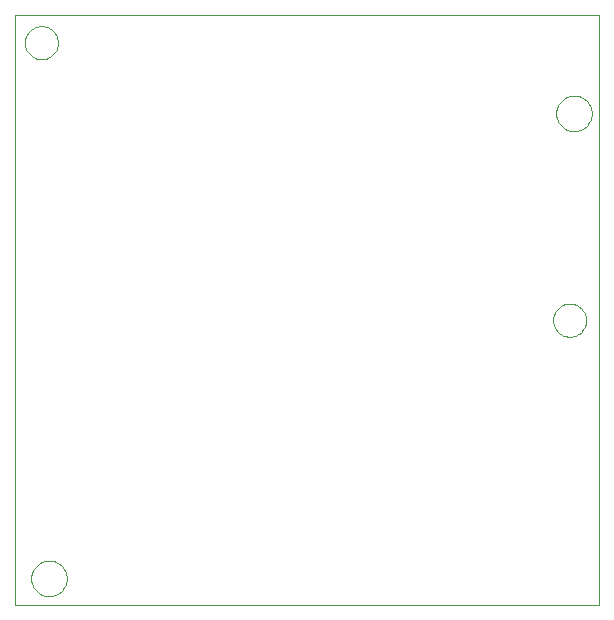
<source format=gbp>
G75*
%MOIN*%
%OFA0B0*%
%FSLAX24Y24*%
%IPPOS*%
%LPD*%
%AMOC8*
5,1,8,0,0,1.08239X$1,22.5*
%
%ADD10C,0.0000*%
D10*
X000550Y002400D02*
X000550Y022085D01*
X020042Y022085D01*
X020042Y002400D01*
X000550Y002400D01*
X001103Y003294D02*
X001105Y003342D01*
X001111Y003390D01*
X001121Y003437D01*
X001134Y003483D01*
X001152Y003528D01*
X001172Y003572D01*
X001197Y003614D01*
X001225Y003653D01*
X001255Y003690D01*
X001289Y003724D01*
X001326Y003756D01*
X001364Y003785D01*
X001405Y003810D01*
X001448Y003832D01*
X001493Y003850D01*
X001539Y003864D01*
X001586Y003875D01*
X001634Y003882D01*
X001682Y003885D01*
X001730Y003884D01*
X001778Y003879D01*
X001826Y003870D01*
X001872Y003858D01*
X001917Y003841D01*
X001961Y003821D01*
X002003Y003798D01*
X002043Y003771D01*
X002081Y003741D01*
X002116Y003708D01*
X002148Y003672D01*
X002178Y003634D01*
X002204Y003593D01*
X002226Y003550D01*
X002246Y003506D01*
X002261Y003461D01*
X002273Y003414D01*
X002281Y003366D01*
X002285Y003318D01*
X002285Y003270D01*
X002281Y003222D01*
X002273Y003174D01*
X002261Y003127D01*
X002246Y003082D01*
X002226Y003038D01*
X002204Y002995D01*
X002178Y002954D01*
X002148Y002916D01*
X002116Y002880D01*
X002081Y002847D01*
X002043Y002817D01*
X002003Y002790D01*
X001961Y002767D01*
X001917Y002747D01*
X001872Y002730D01*
X001826Y002718D01*
X001778Y002709D01*
X001730Y002704D01*
X001682Y002703D01*
X001634Y002706D01*
X001586Y002713D01*
X001539Y002724D01*
X001493Y002738D01*
X001448Y002756D01*
X001405Y002778D01*
X001364Y002803D01*
X001326Y002832D01*
X001289Y002864D01*
X001255Y002898D01*
X001225Y002935D01*
X001197Y002974D01*
X001172Y003016D01*
X001152Y003060D01*
X001134Y003105D01*
X001121Y003151D01*
X001111Y003198D01*
X001105Y003246D01*
X001103Y003294D01*
X000893Y021150D02*
X000895Y021197D01*
X000901Y021243D01*
X000911Y021289D01*
X000924Y021334D01*
X000942Y021377D01*
X000963Y021419D01*
X000987Y021459D01*
X001015Y021496D01*
X001046Y021531D01*
X001080Y021564D01*
X001116Y021593D01*
X001155Y021619D01*
X001196Y021642D01*
X001239Y021661D01*
X001283Y021677D01*
X001328Y021689D01*
X001374Y021697D01*
X001421Y021701D01*
X001467Y021701D01*
X001514Y021697D01*
X001560Y021689D01*
X001605Y021677D01*
X001649Y021661D01*
X001692Y021642D01*
X001733Y021619D01*
X001772Y021593D01*
X001808Y021564D01*
X001842Y021531D01*
X001873Y021496D01*
X001901Y021459D01*
X001925Y021419D01*
X001946Y021377D01*
X001964Y021334D01*
X001977Y021289D01*
X001987Y021243D01*
X001993Y021197D01*
X001995Y021150D01*
X001993Y021103D01*
X001987Y021057D01*
X001977Y021011D01*
X001964Y020966D01*
X001946Y020923D01*
X001925Y020881D01*
X001901Y020841D01*
X001873Y020804D01*
X001842Y020769D01*
X001808Y020736D01*
X001772Y020707D01*
X001733Y020681D01*
X001692Y020658D01*
X001649Y020639D01*
X001605Y020623D01*
X001560Y020611D01*
X001514Y020603D01*
X001467Y020599D01*
X001421Y020599D01*
X001374Y020603D01*
X001328Y020611D01*
X001283Y020623D01*
X001239Y020639D01*
X001196Y020658D01*
X001155Y020681D01*
X001116Y020707D01*
X001080Y020736D01*
X001046Y020769D01*
X001015Y020804D01*
X000987Y020841D01*
X000963Y020881D01*
X000942Y020923D01*
X000924Y020966D01*
X000911Y021011D01*
X000901Y021057D01*
X000895Y021103D01*
X000893Y021150D01*
X018603Y018794D02*
X018605Y018842D01*
X018611Y018890D01*
X018621Y018937D01*
X018634Y018983D01*
X018652Y019028D01*
X018672Y019072D01*
X018697Y019114D01*
X018725Y019153D01*
X018755Y019190D01*
X018789Y019224D01*
X018826Y019256D01*
X018864Y019285D01*
X018905Y019310D01*
X018948Y019332D01*
X018993Y019350D01*
X019039Y019364D01*
X019086Y019375D01*
X019134Y019382D01*
X019182Y019385D01*
X019230Y019384D01*
X019278Y019379D01*
X019326Y019370D01*
X019372Y019358D01*
X019417Y019341D01*
X019461Y019321D01*
X019503Y019298D01*
X019543Y019271D01*
X019581Y019241D01*
X019616Y019208D01*
X019648Y019172D01*
X019678Y019134D01*
X019704Y019093D01*
X019726Y019050D01*
X019746Y019006D01*
X019761Y018961D01*
X019773Y018914D01*
X019781Y018866D01*
X019785Y018818D01*
X019785Y018770D01*
X019781Y018722D01*
X019773Y018674D01*
X019761Y018627D01*
X019746Y018582D01*
X019726Y018538D01*
X019704Y018495D01*
X019678Y018454D01*
X019648Y018416D01*
X019616Y018380D01*
X019581Y018347D01*
X019543Y018317D01*
X019503Y018290D01*
X019461Y018267D01*
X019417Y018247D01*
X019372Y018230D01*
X019326Y018218D01*
X019278Y018209D01*
X019230Y018204D01*
X019182Y018203D01*
X019134Y018206D01*
X019086Y018213D01*
X019039Y018224D01*
X018993Y018238D01*
X018948Y018256D01*
X018905Y018278D01*
X018864Y018303D01*
X018826Y018332D01*
X018789Y018364D01*
X018755Y018398D01*
X018725Y018435D01*
X018697Y018474D01*
X018672Y018516D01*
X018652Y018560D01*
X018634Y018605D01*
X018621Y018651D01*
X018611Y018698D01*
X018605Y018746D01*
X018603Y018794D01*
X018499Y011900D02*
X018501Y011947D01*
X018507Y011993D01*
X018517Y012039D01*
X018530Y012084D01*
X018548Y012127D01*
X018569Y012169D01*
X018593Y012209D01*
X018621Y012246D01*
X018652Y012281D01*
X018686Y012314D01*
X018722Y012343D01*
X018761Y012369D01*
X018802Y012392D01*
X018845Y012411D01*
X018889Y012427D01*
X018934Y012439D01*
X018980Y012447D01*
X019027Y012451D01*
X019073Y012451D01*
X019120Y012447D01*
X019166Y012439D01*
X019211Y012427D01*
X019255Y012411D01*
X019298Y012392D01*
X019339Y012369D01*
X019378Y012343D01*
X019414Y012314D01*
X019448Y012281D01*
X019479Y012246D01*
X019507Y012209D01*
X019531Y012169D01*
X019552Y012127D01*
X019570Y012084D01*
X019583Y012039D01*
X019593Y011993D01*
X019599Y011947D01*
X019601Y011900D01*
X019599Y011853D01*
X019593Y011807D01*
X019583Y011761D01*
X019570Y011716D01*
X019552Y011673D01*
X019531Y011631D01*
X019507Y011591D01*
X019479Y011554D01*
X019448Y011519D01*
X019414Y011486D01*
X019378Y011457D01*
X019339Y011431D01*
X019298Y011408D01*
X019255Y011389D01*
X019211Y011373D01*
X019166Y011361D01*
X019120Y011353D01*
X019073Y011349D01*
X019027Y011349D01*
X018980Y011353D01*
X018934Y011361D01*
X018889Y011373D01*
X018845Y011389D01*
X018802Y011408D01*
X018761Y011431D01*
X018722Y011457D01*
X018686Y011486D01*
X018652Y011519D01*
X018621Y011554D01*
X018593Y011591D01*
X018569Y011631D01*
X018548Y011673D01*
X018530Y011716D01*
X018517Y011761D01*
X018507Y011807D01*
X018501Y011853D01*
X018499Y011900D01*
M02*

</source>
